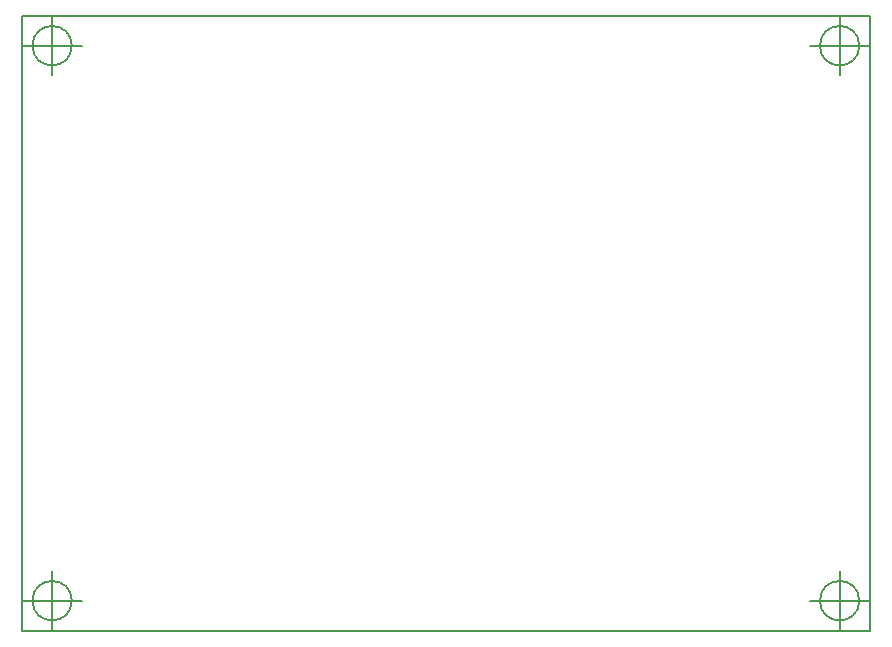
<source format=gbr>
G04 #@! TF.GenerationSoftware,KiCad,Pcbnew,(5.0.0)*
G04 #@! TF.CreationDate,2019-03-31T19:03:55-07:00*
G04 #@! TF.ProjectId,ulx3s_to_adda,756C7833735F746F5F616464612E6B69,rev?*
G04 #@! TF.SameCoordinates,Original*
G04 #@! TF.FileFunction,Profile,NP*
%FSLAX46Y46*%
G04 Gerber Fmt 4.6, Leading zero omitted, Abs format (unit mm)*
G04 Created by KiCad (PCBNEW (5.0.0)) date 03/31/19 19:03:55*
%MOMM*%
%LPD*%
G01*
G04 APERTURE LIST*
%ADD10C,0.150000*%
G04 APERTURE END LIST*
D10*
X117236666Y-84455000D02*
G75*
G03X117236666Y-84455000I-1666666J0D01*
G01*
X113070000Y-84455000D02*
X118070000Y-84455000D01*
X115570000Y-81955000D02*
X115570000Y-86955000D01*
X117236666Y-131445000D02*
G75*
G03X117236666Y-131445000I-1666666J0D01*
G01*
X113070000Y-131445000D02*
X118070000Y-131445000D01*
X115570000Y-128945000D02*
X115570000Y-133945000D01*
X183911666Y-131445000D02*
G75*
G03X183911666Y-131445000I-1666666J0D01*
G01*
X179745000Y-131445000D02*
X184745000Y-131445000D01*
X182245000Y-128945000D02*
X182245000Y-133945000D01*
X183911666Y-84455000D02*
G75*
G03X183911666Y-84455000I-1666666J0D01*
G01*
X179745000Y-84455000D02*
X184745000Y-84455000D01*
X182245000Y-81955000D02*
X182245000Y-86955000D01*
X113030000Y-81915000D02*
X113030000Y-133985000D01*
X184785000Y-81915000D02*
X113030000Y-81915000D01*
X184785000Y-133985000D02*
X184785000Y-81915000D01*
X113030000Y-133985000D02*
X184785000Y-133985000D01*
M02*

</source>
